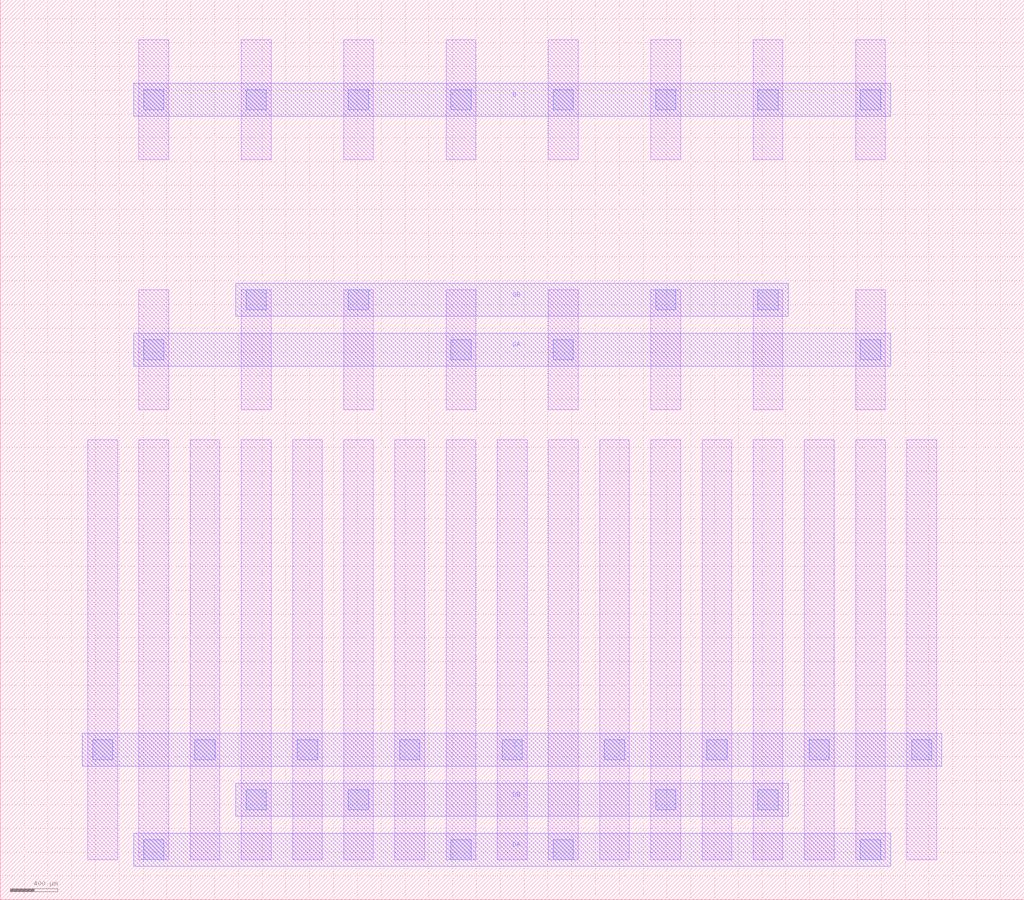
<source format=lef>
MACRO DP_NMOS_B_13499319_X4_Y1
  UNITS 
    DATABASE MICRONS UNITS 1000;
  END UNITS 
  ORIGIN 0 0 ;
  FOREIGN DP_NMOS_B_13499319_X4_Y1 0 0 ;
  SIZE 8600 BY 7560 ;
  PIN B
    DIRECTION INOUT ;
    USE SIGNAL ;
    PORT
      LAYER M2 ;
        RECT 1120 6580 7480 6860 ;
    END
  END B
  PIN DA
    DIRECTION INOUT ;
    USE SIGNAL ;
    PORT
      LAYER M2 ;
        RECT 1120 280 7480 560 ;
    END
  END DA
  PIN DB
    DIRECTION INOUT ;
    USE SIGNAL ;
    PORT
      LAYER M2 ;
        RECT 1980 700 6620 980 ;
    END
  END DB
  PIN GA
    DIRECTION INOUT ;
    USE SIGNAL ;
    PORT
      LAYER M2 ;
        RECT 1120 4480 7480 4760 ;
    END
  END GA
  PIN GB
    DIRECTION INOUT ;
    USE SIGNAL ;
    PORT
      LAYER M2 ;
        RECT 1980 4900 6620 5180 ;
    END
  END GB
  PIN S
    DIRECTION INOUT ;
    USE SIGNAL ;
    PORT
      LAYER M2 ;
        RECT 690 1120 7910 1400 ;
    END
  END S
  OBS
    LAYER M1 ;
      RECT 1165 335 1415 3865 ;
    LAYER M1 ;
      RECT 1165 4115 1415 5125 ;
    LAYER M1 ;
      RECT 1165 6215 1415 7225 ;
    LAYER M1 ;
      RECT 735 335 985 3865 ;
    LAYER M1 ;
      RECT 1595 335 1845 3865 ;
    LAYER M1 ;
      RECT 2025 335 2275 3865 ;
    LAYER M1 ;
      RECT 2025 4115 2275 5125 ;
    LAYER M1 ;
      RECT 2025 6215 2275 7225 ;
    LAYER M1 ;
      RECT 2455 335 2705 3865 ;
    LAYER M1 ;
      RECT 2885 335 3135 3865 ;
    LAYER M1 ;
      RECT 2885 4115 3135 5125 ;
    LAYER M1 ;
      RECT 2885 6215 3135 7225 ;
    LAYER M1 ;
      RECT 3315 335 3565 3865 ;
    LAYER M1 ;
      RECT 3745 335 3995 3865 ;
    LAYER M1 ;
      RECT 3745 4115 3995 5125 ;
    LAYER M1 ;
      RECT 3745 6215 3995 7225 ;
    LAYER M1 ;
      RECT 4175 335 4425 3865 ;
    LAYER M1 ;
      RECT 4605 335 4855 3865 ;
    LAYER M1 ;
      RECT 4605 4115 4855 5125 ;
    LAYER M1 ;
      RECT 4605 6215 4855 7225 ;
    LAYER M1 ;
      RECT 5035 335 5285 3865 ;
    LAYER M1 ;
      RECT 5465 335 5715 3865 ;
    LAYER M1 ;
      RECT 5465 4115 5715 5125 ;
    LAYER M1 ;
      RECT 5465 6215 5715 7225 ;
    LAYER M1 ;
      RECT 5895 335 6145 3865 ;
    LAYER M1 ;
      RECT 6325 335 6575 3865 ;
    LAYER M1 ;
      RECT 6325 4115 6575 5125 ;
    LAYER M1 ;
      RECT 6325 6215 6575 7225 ;
    LAYER M1 ;
      RECT 6755 335 7005 3865 ;
    LAYER M1 ;
      RECT 7185 335 7435 3865 ;
    LAYER M1 ;
      RECT 7185 4115 7435 5125 ;
    LAYER M1 ;
      RECT 7185 6215 7435 7225 ;
    LAYER M1 ;
      RECT 7615 335 7865 3865 ;
    LAYER V1 ;
      RECT 3785 335 3955 505 ;
    LAYER V1 ;
      RECT 3785 4535 3955 4705 ;
    LAYER V1 ;
      RECT 3785 6635 3955 6805 ;
    LAYER V1 ;
      RECT 7225 335 7395 505 ;
    LAYER V1 ;
      RECT 7225 4535 7395 4705 ;
    LAYER V1 ;
      RECT 7225 6635 7395 6805 ;
    LAYER V1 ;
      RECT 4645 335 4815 505 ;
    LAYER V1 ;
      RECT 4645 4535 4815 4705 ;
    LAYER V1 ;
      RECT 4645 6635 4815 6805 ;
    LAYER V1 ;
      RECT 1205 335 1375 505 ;
    LAYER V1 ;
      RECT 1205 4535 1375 4705 ;
    LAYER V1 ;
      RECT 1205 6635 1375 6805 ;
    LAYER V1 ;
      RECT 2925 755 3095 925 ;
    LAYER V1 ;
      RECT 2925 4955 3095 5125 ;
    LAYER V1 ;
      RECT 2925 6635 3095 6805 ;
    LAYER V1 ;
      RECT 6365 755 6535 925 ;
    LAYER V1 ;
      RECT 6365 4955 6535 5125 ;
    LAYER V1 ;
      RECT 6365 6635 6535 6805 ;
    LAYER V1 ;
      RECT 5505 755 5675 925 ;
    LAYER V1 ;
      RECT 5505 4955 5675 5125 ;
    LAYER V1 ;
      RECT 5505 6635 5675 6805 ;
    LAYER V1 ;
      RECT 2065 755 2235 925 ;
    LAYER V1 ;
      RECT 2065 4955 2235 5125 ;
    LAYER V1 ;
      RECT 2065 6635 2235 6805 ;
    LAYER V1 ;
      RECT 775 1175 945 1345 ;
    LAYER V1 ;
      RECT 1635 1175 1805 1345 ;
    LAYER V1 ;
      RECT 2495 1175 2665 1345 ;
    LAYER V1 ;
      RECT 3355 1175 3525 1345 ;
    LAYER V1 ;
      RECT 4215 1175 4385 1345 ;
    LAYER V1 ;
      RECT 5075 1175 5245 1345 ;
    LAYER V1 ;
      RECT 5935 1175 6105 1345 ;
    LAYER V1 ;
      RECT 6795 1175 6965 1345 ;
    LAYER V1 ;
      RECT 7655 1175 7825 1345 ;
  END
END DP_NMOS_B_13499319_X4_Y1

</source>
